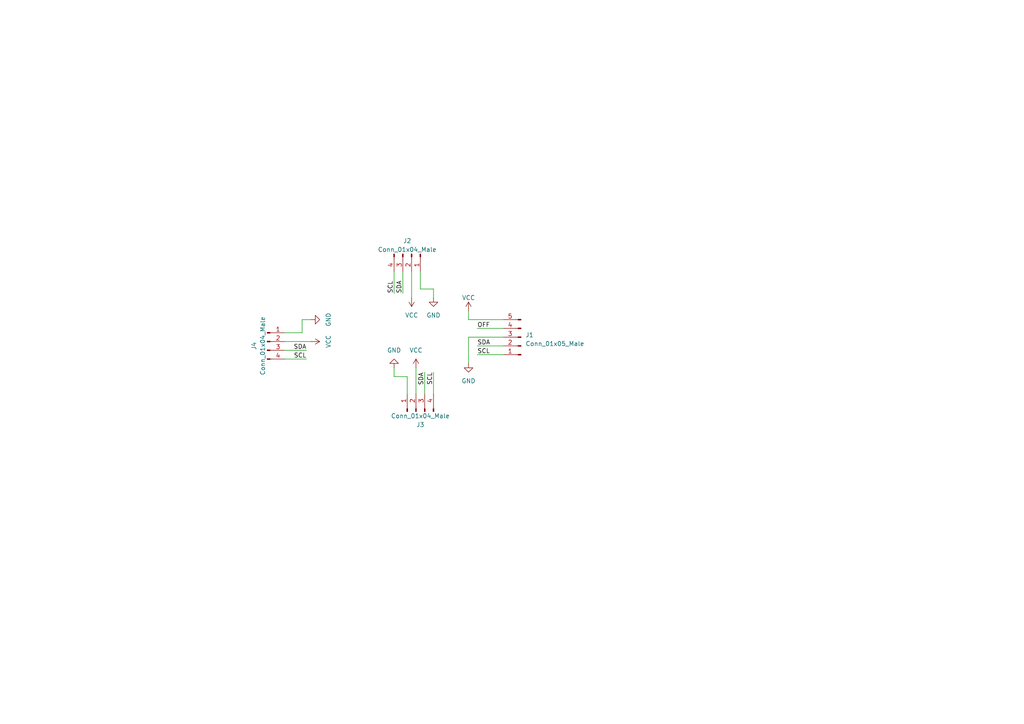
<source format=kicad_sch>
(kicad_sch (version 20220404) (generator eeschema)
  (paper "A4")
  (lib_symbols
    (symbol "Connector:Conn_01x04_Male" (pin_names (offset 1.016) hide)
      (property "Reference" "J" (at 0 5.08 0))
      (property "Value" "Conn_01x04_Male" (at 0 -7.62 0))
      (symbol "Conn_01x04_Male_1_1"
        (polyline (pts (xy 1.27 -5.08) (xy 0.8636 -5.08)) (stroke (width 0.1524)))
        (polyline (pts (xy 1.27 -2.54) (xy 0.8636 -2.54)) (stroke (width 0.1524)))
        (polyline (pts (xy 1.27 0) (xy 0.8636 0)) (stroke (width 0.1524)))
        (polyline (pts (xy 1.27 2.54) (xy 0.8636 2.54)) (stroke (width 0.1524)))
        (rectangle (start 0.8636 -4.953) (end 0 -5.207) (stroke (width 0.1524)) (fill (type outline)))
        (rectangle (start 0.8636 -2.413) (end 0 -2.667) (stroke (width 0.1524)) (fill (type outline)))
        (rectangle (start 0.8636 0.127) (end 0 -0.127) (stroke (width 0.1524)) (fill (type outline)))
        (rectangle (start 0.8636 2.667) (end 0 2.413) (stroke (width 0.1524)) (fill (type outline)))
        (pin passive line (at 5.08 2.54 180) (length 3.81) (name "Pin_1") (number "1"))
        (pin passive line (at 5.08 0 180) (length 3.81) (name "Pin_2") (number "2"))
        (pin passive line (at 5.08 -2.54 180) (length 3.81) (name "Pin_3") (number "3"))
        (pin passive line (at 5.08 -5.08 180) (length 3.81) (name "Pin_4") (number "4"))
      )
    )
    (symbol "Connector:Conn_01x05_Male" (pin_names (offset 1.016) hide)
      (property "Reference" "J" (at 0 7.62 0))
      (property "Value" "Conn_01x05_Male" (at 0 -7.62 0))
      (symbol "Conn_01x05_Male_1_1"
        (polyline (pts (xy 1.27 -5.08) (xy 0.8636 -5.08)) (stroke (width 0.1524)))
        (polyline (pts (xy 1.27 -2.54) (xy 0.8636 -2.54)) (stroke (width 0.1524)))
        (polyline (pts (xy 1.27 0) (xy 0.8636 0)) (stroke (width 0.1524)))
        (polyline (pts (xy 1.27 2.54) (xy 0.8636 2.54)) (stroke (width 0.1524)))
        (polyline (pts (xy 1.27 5.08) (xy 0.8636 5.08)) (stroke (width 0.1524)))
        (rectangle (start 0.8636 -4.953) (end 0 -5.207) (stroke (width 0.1524)) (fill (type outline)))
        (rectangle (start 0.8636 -2.413) (end 0 -2.667) (stroke (width 0.1524)) (fill (type outline)))
        (rectangle (start 0.8636 0.127) (end 0 -0.127) (stroke (width 0.1524)) (fill (type outline)))
        (rectangle (start 0.8636 2.667) (end 0 2.413) (stroke (width 0.1524)) (fill (type outline)))
        (rectangle (start 0.8636 5.207) (end 0 4.953) (stroke (width 0.1524)) (fill (type outline)))
        (pin passive line (at 5.08 5.08 180) (length 3.81) (name "Pin_1") (number "1"))
        (pin passive line (at 5.08 2.54 180) (length 3.81) (name "Pin_2") (number "2"))
        (pin passive line (at 5.08 0 180) (length 3.81) (name "Pin_3") (number "3"))
        (pin passive line (at 5.08 -2.54 180) (length 3.81) (name "Pin_4") (number "4"))
        (pin passive line (at 5.08 -5.08 180) (length 3.81) (name "Pin_5") (number "5"))
      )
    )
    (symbol "power:GND" (power) (pin_names (offset 0))
      (property "Value" "GND" (at 0 -3.81 0))
      (symbol "GND_0_1"
        (polyline (pts (xy 0 0) (xy 0 -1.27) (xy 1.27 -1.27) (xy 0 -2.54) (xy -1.27 -1.27) (xy 0 -1.27)))
      )
      (symbol "GND_1_1"
        (pin power_in line (at 0 0 270) (length 0) hide (name "GND") (number "1"))
      )
    )
    (symbol "power:VCC" (power) (pin_names (offset 0))
      (property "Value" "VCC" (at 0 3.81 0))
      (symbol "VCC_0_1"
        (polyline (pts (xy -0.762 1.27) (xy 0 2.54)))
        (polyline (pts (xy 0 0) (xy 0 2.54)))
        (polyline (pts (xy 0 2.54) (xy 0.762 1.27)))
      )
      (symbol "VCC_1_1"
        (pin power_in line (at 0 0 90) (length 0) hide (name "VCC") (number "1"))
      )
    )
  )
  (wire (pts (xy 138.43 102.87) (xy 146.05 102.87)))
  (wire (pts (xy 116.84 78.74) (xy 116.84 85.09)))
  (wire (pts (xy 121.92 83.82) (xy 125.73 83.82)))
  (wire (pts (xy 114.3 109.22) (xy 114.3 106.68)))
  (wire (pts (xy 120.65 114.3) (xy 120.65 106.68)))
  (wire (pts (xy 138.43 95.25) (xy 146.05 95.25)))
  (wire (pts (xy 135.89 97.79) (xy 146.05 97.79)))
  (wire (pts (xy 135.89 90.17) (xy 135.89 92.71)))
  (wire (pts (xy 121.92 78.74) (xy 121.92 83.82)))
  (wire (pts (xy 125.73 83.82) (xy 125.73 86.36)))
  (wire (pts (xy 138.43 100.33) (xy 146.05 100.33)))
  (wire (pts (xy 125.73 114.3) (xy 125.73 107.95)))
  (wire (pts (xy 87.63 96.52) (xy 87.63 92.71)))
  (wire (pts (xy 123.19 114.3) (xy 123.19 107.95)))
  (wire (pts (xy 135.89 92.71) (xy 146.05 92.71)))
  (wire (pts (xy 87.63 92.71) (xy 90.17 92.71)))
  (wire (pts (xy 82.55 104.14) (xy 88.9 104.14)))
  (wire (pts (xy 119.38 78.74) (xy 119.38 86.36)))
  (wire (pts (xy 135.89 97.79) (xy 135.89 105.41)))
  (wire (pts (xy 114.3 78.74) (xy 114.3 85.09)))
  (wire (pts (xy 118.11 109.22) (xy 114.3 109.22)))
  (wire (pts (xy 82.55 101.6) (xy 88.9 101.6)))
  (wire (pts (xy 82.55 96.52) (xy 87.63 96.52)))
  (wire (pts (xy 118.11 114.3) (xy 118.11 109.22)))
  (wire (pts (xy 82.55 99.06) (xy 90.17 99.06)))
  (label "SCL" (at 125.73 107.95 270))
  (label "SDA" (at 116.84 85.09 90))
  (label "SCL" (at 88.9 104.14 180))
  (label "OFF" (at 138.43 95.25 0))
  (label "SCL" (at 114.3 85.09 90))
  (label "SCL" (at 138.43 102.87 0))
  (label "SDA" (at 88.9 101.6 180))
  (label "SDA" (at 123.19 107.95 270))
  (label "SDA" (at 138.43 100.33 0))
  (symbol (lib_id "Connector:Conn_01x05_Male") (at 151.13 97.79 180) (unit 1)
    (default_instance (reference "J") (unit 1) (value "Conn_01x05_Male") (footprint ""))
    (property "Reference" "J1" (at 152.4 97.155 0) (effects (justify right)))
    (property "Value" "Conn_01x05_Male" (at 152.4 99.695 0) (effects (justify right)))
    (property "Footprint" "Connector_PinHeader_2.54mm:PinHeader_1x05_P2.54mm_Vertical" (effects hide))
  )
  (symbol (lib_id "power:VCC") (at 119.38 86.36 180) (unit 1)
    (default_instance (reference "#PWR") (unit 1) (value "VCC") (footprint ""))
    (property "Reference" "#PWR0103" (effects hide))
    (property "Value" "VCC" (at 119.38 91.44 0))
  )
  (symbol (lib_id "power:VCC") (at 120.65 106.68 0) (unit 1)
    (default_instance (reference "#PWR") (unit 1) (value "VCC") (footprint ""))
    (property "Reference" "#PWR0106" (effects hide))
    (property "Value" "VCC" (at 120.65 101.6 0))
  )
  (symbol (lib_id "power:GND") (at 114.3 106.68 180) (unit 1)
    (default_instance (reference "#PWR") (unit 1) (value "GND") (footprint ""))
    (property "Reference" "#PWR0105" (effects hide))
    (property "Value" "GND" (at 114.3 101.6 0))
  )
  (symbol (lib_id "Connector:Conn_01x04_Male") (at 77.47 99.06 0) (unit 1)
    (default_instance (reference "J") (unit 1) (value "Conn_01x04_Male") (footprint ""))
    (property "Reference" "J4" (at 73.66 100.33 90))
    (property "Value" "Conn_01x04_Male" (at 76.2 100.33 90))
    (property "Footprint" "Connector_JST:JST_SH_SM04B-SRSS-TB_1x04-1MP_P1.00mm_Horizontal" (effects hide))
  )
  (symbol (lib_id "power:VCC") (at 135.89 90.17 0) (unit 1)
    (default_instance (reference "#PWR") (unit 1) (value "VCC") (footprint ""))
    (property "Reference" "#PWR0102" (effects hide))
    (property "Value" "VCC" (at 135.89 86.36 0))
  )
  (symbol (lib_id "power:GND") (at 90.17 92.71 90) (unit 1)
    (default_instance (reference "#PWR") (unit 1) (value "GND") (footprint ""))
    (property "Reference" "#PWR03" (effects hide))
    (property "Value" "GND" (at 95.25 92.71 0))
  )
  (symbol (lib_id "Connector:Conn_01x04_Male") (at 119.38 73.66 270) (unit 1)
    (default_instance (reference "J") (unit 1) (value "Conn_01x04_Male") (footprint ""))
    (property "Reference" "J2" (at 118.11 69.85 90))
    (property "Value" "Conn_01x04_Male" (at 118.11 72.39 90))
    (property "Footprint" "Connector_JST:JST_SH_SM04B-SRSS-TB_1x04-1MP_P1.00mm_Horizontal" (effects hide))
  )
  (symbol (lib_id "power:VCC") (at 90.17 99.06 270) (unit 1)
    (default_instance (reference "#PWR") (unit 1) (value "VCC") (footprint ""))
    (property "Reference" "#PWR02" (effects hide))
    (property "Value" "VCC" (at 95.25 99.06 0))
  )
  (symbol (lib_id "Connector:Conn_01x04_Male") (at 120.65 119.38 90) (unit 1)
    (default_instance (reference "J") (unit 1) (value "Conn_01x04_Male") (footprint ""))
    (property "Reference" "J3" (at 121.92 123.19 90))
    (property "Value" "Conn_01x04_Male" (at 121.92 120.65 90))
    (property "Footprint" "Connector_JST:JST_SH_SM04B-SRSS-TB_1x04-1MP_P1.00mm_Horizontal" (effects hide))
  )
  (symbol (lib_id "power:GND") (at 125.73 86.36 0) (unit 1)
    (default_instance (reference "#PWR") (unit 1) (value "GND") (footprint ""))
    (property "Reference" "#PWR0101" (effects hide))
    (property "Value" "GND" (at 125.73 91.44 0))
  )
  (symbol (lib_id "power:GND") (at 135.89 105.41 0) (unit 1)
    (default_instance (reference "#PWR") (unit 1) (value "GND") (footprint ""))
    (property "Reference" "#PWR0104" (effects hide))
    (property "Value" "GND" (at 135.89 110.49 0))
  )
)
</source>
